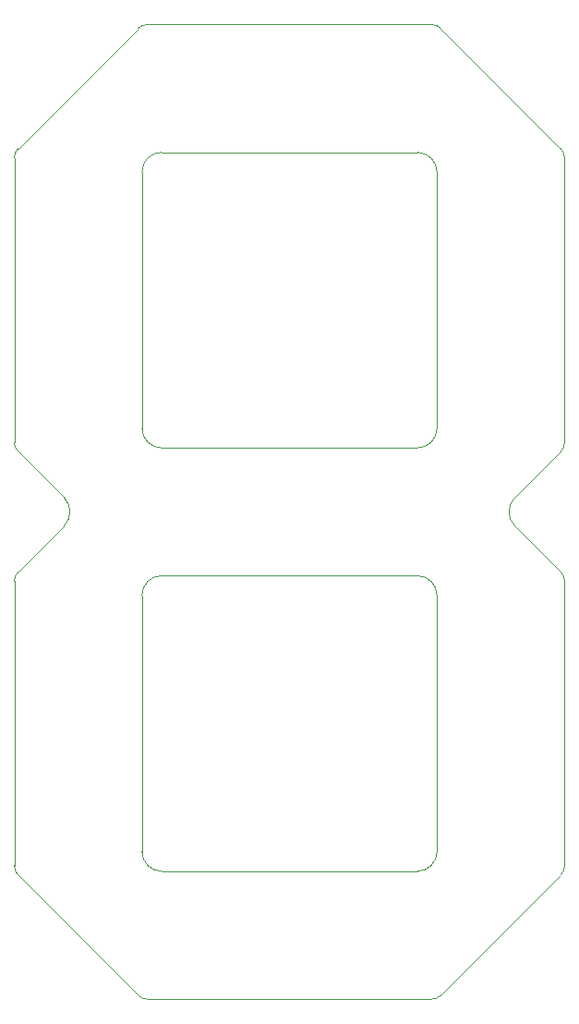
<source format=gm1>
G04 #@! TF.GenerationSoftware,KiCad,Pcbnew,7.0.2*
G04 #@! TF.CreationDate,2024-09-03T00:20:42+03:00*
G04 #@! TF.ProjectId,7seg,37736567-2e6b-4696-9361-645f70636258,rev?*
G04 #@! TF.SameCoordinates,Original*
G04 #@! TF.FileFunction,Profile,NP*
%FSLAX46Y46*%
G04 Gerber Fmt 4.6, Leading zero omitted, Abs format (unit mm)*
G04 Created by KiCad (PCBNEW 7.0.2) date 2024-09-03 00:20:42*
%MOMM*%
%LPD*%
G01*
G04 APERTURE LIST*
G04 #@! TA.AperFunction,Profile*
%ADD10C,0.100000*%
G04 #@! TD*
G04 APERTURE END LIST*
D10*
X111725000Y-94150000D02*
G75*
G03*
X113525000Y-92350000I0J1800000D01*
G01*
X113027944Y-144600018D02*
G75*
G03*
X113876471Y-144248527I56J1199818D01*
G01*
X86123508Y-144248548D02*
G75*
G03*
X86972056Y-144600000I848592J848748D01*
G01*
X88275000Y-132900000D02*
X111725000Y-132900000D01*
X120647792Y-98727208D02*
X124873528Y-94501472D01*
X124873528Y-66748528D02*
X113876472Y-55751472D01*
X124873548Y-94501492D02*
G75*
G03*
X125225000Y-93652944I-848748J848592D01*
G01*
X88275000Y-105850000D02*
G75*
G03*
X86475000Y-107650000I0J-1800000D01*
G01*
X75126452Y-105498508D02*
G75*
G03*
X74775000Y-106347056I848748J-848592D01*
G01*
X113027944Y-55400000D02*
X86972056Y-55400000D01*
X113525000Y-107650000D02*
G75*
G03*
X111725000Y-105850000I-1800000J0D01*
G01*
X74774982Y-132402944D02*
G75*
G03*
X75126473Y-133251471I1199818J-56D01*
G01*
X113876472Y-144248528D02*
X124873528Y-133251472D01*
X74775000Y-106347056D02*
X74775000Y-132402944D01*
X111725000Y-132900000D02*
G75*
G03*
X113525000Y-131100000I0J1800000D01*
G01*
X113525000Y-92350000D02*
X113525000Y-68900000D01*
X79352208Y-101272792D02*
G75*
G03*
X79352208Y-98727208I-1272808J1272792D01*
G01*
X75126472Y-94501472D02*
X79352208Y-98727208D01*
X86475000Y-92350000D02*
G75*
G03*
X88275000Y-94150000I1800000J0D01*
G01*
X120647792Y-98727208D02*
G75*
G03*
X120647792Y-101272792I1272808J-1272792D01*
G01*
X111725000Y-67100000D02*
X88275000Y-67100000D01*
X111725000Y-105850000D02*
X88275000Y-105850000D01*
X75126452Y-66748508D02*
G75*
G03*
X74775000Y-67597056I848748J-848592D01*
G01*
X125225000Y-132402944D02*
X125225000Y-106347056D01*
X88275000Y-67100000D02*
G75*
G03*
X86475000Y-68900000I0J-1800000D01*
G01*
X74775000Y-67597056D02*
X74775000Y-93652944D01*
X125225000Y-93652944D02*
X125225000Y-67597056D01*
X86475000Y-107650000D02*
X86475000Y-131100000D01*
X125225018Y-67597056D02*
G75*
G03*
X124873527Y-66748529I-1199818J56D01*
G01*
X125225018Y-106347056D02*
G75*
G03*
X124873527Y-105498529I-1199818J56D01*
G01*
X88275000Y-94150000D02*
X111725000Y-94150000D01*
X86475000Y-131100000D02*
G75*
G03*
X88275000Y-132900000I1800000J0D01*
G01*
X86972056Y-144600000D02*
X113027944Y-144600000D01*
X86123528Y-55751472D02*
X75126472Y-66748528D01*
X86972056Y-55399982D02*
G75*
G03*
X86123529Y-55751473I-56J-1199818D01*
G01*
X113525000Y-68900000D02*
G75*
G03*
X111725000Y-67100000I-1800000J0D01*
G01*
X86475000Y-68900000D02*
X86475000Y-92350000D01*
X113876492Y-55751452D02*
G75*
G03*
X113027944Y-55400000I-848592J-848748D01*
G01*
X124873528Y-105498528D02*
X120647792Y-101272792D01*
X124873548Y-133251492D02*
G75*
G03*
X125225000Y-132402944I-848748J848592D01*
G01*
X113525000Y-131100000D02*
X113525000Y-107650000D01*
X74774982Y-93652944D02*
G75*
G03*
X75126473Y-94501471I1199818J-56D01*
G01*
X75126472Y-133251472D02*
X86123528Y-144248528D01*
X79352208Y-101272792D02*
X75126472Y-105498528D01*
M02*

</source>
